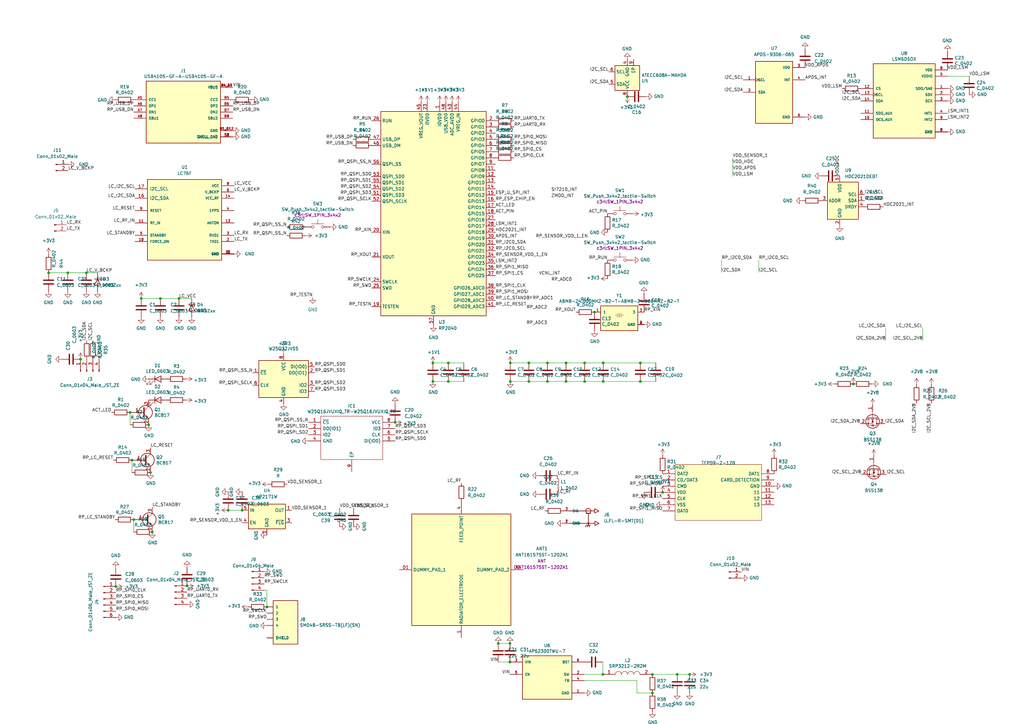
<source format=kicad_sch>
(kicad_sch (version 20211123) (generator eeschema)
  (paper "A3")
  (junction (at 267.589 284.226))
  (junction (at 162.052 173.228))
  (junction (at 232.156 148.844))
  (junction (at 247.269 276.606))
  (junction (at 239.776 148.844))
  (junction (at 239.776 156.464))
  (junction (at 257.302 39.624))
  (junction (at 53.34 169.164))
  (junction (at 209.296 156.464))
  (junction (at 57.912 122.428))
  (junction (at 282.829 276.606))
  (junction (at 209.169 271.526))
  (junction (at 19.939 111.887))
  (junction (at 224.536 148.844))
  (junction (at 109.474 248.92))
  (junction (at 27.813 111.887))
  (junction (at 47.498 240.538))
  (junction (at 183.896 156.464))
  (junction (at 204.343 263.906))
  (junction (at 177.546 156.464))
  (junction (at 216.916 148.844))
  (junction (at 33.02 147.32))
  (junction (at 247.396 148.844))
  (junction (at 65.786 122.428))
  (junction (at 183.896 148.844))
  (junction (at 262.636 148.844))
  (junction (at 35.433 111.887))
  (junction (at 60.96 174.244))
  (junction (at 224.536 156.464))
  (junction (at 243.84 128.016))
  (junction (at 209.169 263.906))
  (junction (at 271.78 201.93))
  (junction (at 216.916 156.464))
  (junction (at 99.314 209.296))
  (junction (at 54.864 213.106))
  (junction (at 350.012 157.48))
  (junction (at 267.589 276.606))
  (junction (at 76.708 240.284))
  (junction (at 232.156 156.464))
  (junction (at 54.102 188.722))
  (junction (at 277.749 276.606))
  (junction (at 93.599 209.296))
  (junction (at 247.396 156.464))
  (junction (at 62.484 218.186))
  (junction (at 177.546 148.844))
  (junction (at 73.406 122.428))
  (junction (at 209.296 148.844))
  (junction (at 262.636 156.464))
  (junction (at 61.722 193.802))
  (wire (pts (xy 277.749 276.606) (xy 282.829 276.606)))
  (wire (pts (xy 300.482 64.77) (xy 300.482 72.39)))
  (wire (pts (xy 204.343 263.906) (xy 209.169 263.906)))
  (wire (pts (xy 216.916 156.464) (xy 209.296 156.464)))
  (wire (pts (xy 224.536 148.844) (xy 232.156 148.844)))
  (wire (pts (xy 232.156 156.464) (xy 224.536 156.464)))
  (wire (pts (xy 27.813 111.887) (xy 35.433 111.887)))
  (wire (pts (xy 57.912 122.428) (xy 65.786 122.428)))
  (wire (pts (xy 54.102 193.802) (xy 54.102 188.722)))
  (wire (pts (xy 239.776 148.844) (xy 247.396 148.844)))
  (wire (pts (xy 183.896 156.464) (xy 177.546 156.464)))
  (wire (pts (xy 109.474 248.92) (xy 109.474 242.062)))
  (wire (pts (xy 239.649 279.146) (xy 261.239 279.146)))
  (wire (pts (xy 239.776 156.464) (xy 232.156 156.464)))
  (wire (pts (xy 216.916 148.844) (xy 224.536 148.844)))
  (wire (pts (xy 378.46 134.62) (xy 378.46 139.7)))
  (wire (pts (xy 295.91 106.68) (xy 295.91 111.76)))
  (wire (pts (xy 53.34 174.244) (xy 53.34 169.164)))
  (wire (pts (xy 363.22 134.62) (xy 363.22 139.7)))
  (wire (pts (xy 204.343 271.526) (xy 209.169 271.526)))
  (wire (pts (xy 19.939 111.887) (xy 27.813 111.887)))
  (wire (pts (xy 190.246 148.844) (xy 183.896 148.844)))
  (wire (pts (xy 247.396 156.464) (xy 239.776 156.464)))
  (wire (pts (xy 65.786 122.428) (xy 73.406 122.428)))
  (wire (pts (xy 388.62 31.242) (xy 397.51 31.242)))
  (wire (pts (xy 183.896 148.844) (xy 177.546 148.844)))
  (wire (pts (xy 232.156 148.844) (xy 239.776 148.844)))
  (wire (pts (xy 190.246 156.464) (xy 183.896 156.464)))
  (wire (pts (xy 311.15 106.68) (xy 311.15 111.76)))
  (wire (pts (xy 262.636 156.464) (xy 268.986 156.464)))
  (wire (pts (xy 267.589 276.606) (xy 277.749 276.606)))
  (wire (pts (xy 262.636 148.844) (xy 268.986 148.844)))
  (wire (pts (xy 216.916 148.844) (xy 209.296 148.844)))
  (wire (pts (xy 239.649 276.606) (xy 247.269 276.606)))
  (wire (pts (xy 73.406 122.428) (xy 78.613 122.428)))
  (wire (pts (xy 93.599 209.296) (xy 99.314 209.296)))
  (wire (pts (xy 261.239 279.146) (xy 261.239 284.226)))
  (wire (pts (xy 108.331 242.062) (xy 109.474 242.062)))
  (wire (pts (xy 224.536 156.464) (xy 216.916 156.464)))
  (wire (pts (xy 54.864 218.186) (xy 54.864 213.106)))
  (wire (pts (xy 247.269 271.526) (xy 247.269 276.606)))
  (wire (pts (xy 247.396 148.844) (xy 262.636 148.844)))
  (wire (pts (xy 261.239 284.226) (xy 267.589 284.226)))
  (wire (pts (xy 247.396 156.464) (xy 262.636 156.464)))
  (wire (pts (xy 35.433 111.887) (xy 40.005 111.887)))
  (label "I2C_SDA_2V8" (at 375.92 165.354 270))
  (label "I2C_SCL" (at 311.15 111.76 0))
  (label "RP_SWD" (at 152.4 118.11 180))
  (label "LC_STANDBY" (at 55.372 96.52 180))
  (label "LC_STANDBY" (at 62.484 208.026 0))
  (label "RP_ADC1" (at 218.44 123.19 0))
  (label "RP_QSPI_SD3" (at 129.032 160.528 0))
  (label "LC_RESET" (at 55.372 86.36 180))
  (label "RP_QSPI_SCLK" (at 103.632 157.988 180))
  (label "RP_SPI0_MOSI" (at 210.82 57.15 0))
  (label "VCNL_INT" (at 220.98 113.03 0))
  (label "RP_SPI1_MISO" (at 203.2 110.49 0))
  (label "RP_SENSOR_VDD_1_EN" (at 99.314 214.376 180))
  (label "RP_I2C0_SCL" (at 203.2 102.87 0))
  (label "LC_I2C_SCL" (at 55.372 77.47 180))
  (label "RP_QSPI_SS_N" (at 103.632 152.908 180))
  (label "I2C_SCL" (at 363.474 194.564 0))
  (label "VDD_HDC" (at 300.482 67.31 0))
  (label "RP_I2C0_SDA" (at 203.2 100.33 0))
  (label "RP_I2C0_SDA" (at 295.91 106.68 0))
  (label "VDD_LSM" (at 397.51 31.242 0))
  (label "I2C_SDA" (at 354.584 82.296 0))
  (label "RP_QSPI_SS_N" (at 117.602 96.647 180))
  (label "RP_UART0_TX" (at 76.708 245.364 0))
  (label "LC_I2C_SCL" (at 378.46 134.62 180))
  (label "LC_RF" (at 189.23 198.12 180))
  (label "RP_ADC0" (at 226.06 115.57 0))
  (label "ZMOD_INT" (at 226.06 81.28 0))
  (label "VDD_HDC" (at 344.424 72.136 90))
  (label "LC_RF" (at 228.6 202.692 0))
  (label "RP_SPI0_CLK" (at 47.498 243.078 0))
  (label "RP_SPI1_CS" (at 203.2 113.03 0))
  (label "RP_XIN" (at 264.16 128.016 0))
  (label "RP_RUN" (at 249.174 106.68 180))
  (label "RP_USB_DN" (at 144.78 59.69 180))
  (label "LC_RX" (at 27.305 92.202 0))
  (label "RP_I2C0_SCL" (at 311.15 106.68 0))
  (label "RP_XIN" (at 152.4 95.25 180))
  (label "ESP_U_SPI_INT" (at 203.2 80.01 0))
  (label "LSM_INT1" (at 203.2 92.71 0))
  (label "I2C_SDA" (at 362.966 173.736 0))
  (label "I2C_SDA" (at 353.06 41.402 180))
  (label "I2C_SDA" (at 35.56 139.7 90))
  (label "RP_QSPI_SS_N" (at 126.492 173.228 180))
  (label "VDD_SENSOR_1" (at 300.482 64.77 0))
  (label "RP_ADC3" (at 215.9 133.35 0))
  (label "I2C_SCL" (at 353.06 38.862 180))
  (label "RP_SPI0_CS" (at 210.82 62.23 0))
  (label "RP_SPI0_MOSI" (at 47.498 250.698 0))
  (label "RP_QSPI_SD1" (at 129.032 152.908 0))
  (label "RP_SPI0_MISO" (at 47.498 248.158 0))
  (label "RP_QSPI_SD2" (at 152.4 77.47 180))
  (label "VIN" (at 304.038 234.569 0))
  (label "RP_QSPI_SD0" (at 129.032 150.368 0))
  (label "VDD_APDS" (at 300.482 69.85 0))
  (label "LSM_INT2" (at 203.2 107.95 0))
  (label "LC_VCC" (at 73.406 122.428 0))
  (label "RP_USB_DN" (at 54.864 45.974 180))
  (label "VDD_APDS" (at 330.2 27.686 0))
  (label "ACT_LED" (at 45.72 169.164 180))
  (label "HDC2021_INT" (at 203.2 95.25 0))
  (label "LC_RF" (at 223.52 209.55 180))
  (label "RP_USB_DN" (at 95.504 45.974 0))
  (label "LC_TX" (at 27.305 94.742 0))
  (label "RP_USB_DP" (at 54.864 43.434 180))
  (label "RP_LC_RESET" (at 203.2 125.73 0))
  (label "RP_SPI0_CS" (at 47.498 245.618 0))
  (label "RP_QSPI_SCLK" (at 152.4 82.55 180))
  (label "I2C_SCL" (at 354.584 79.756 0))
  (label "RP_ESP_CHIP_EN" (at 203.2 82.55 0))
  (label "RP_QSPI_SS_N" (at 117.602 93.091 180))
  (label "RP_SPI1_CLK" (at 271.78 204.47 180))
  (label "I2C_SDA" (at 295.91 111.76 0))
  (label "RP_XOUT" (at 236.22 128.016 180))
  (label "RP_TESTN" (at 152.4 125.73 180))
  (label "RP_SENSOR_VDD_1_EN" (at 219.71 97.79 0))
  (label "I2C_SCL_2V8" (at 378.46 139.7 180))
  (label "I2C_SDA" (at 304.8 37.846 180))
  (label "LC_RF_IN" (at 228.6 195.072 0))
  (label "RP_QSPI_SD1" (at 126.492 175.768 180))
  (label "VDD_SENSOR_1" (at 139.319 208.407 0))
  (label "LC_V_BCKP" (at 35.433 111.887 0))
  (label "RP_USB_DP" (at 95.504 43.434 0))
  (label "I2C_SDA_2V8" (at 363.22 139.7 180))
  (label "RP_QSPI_SD3" (at 162.052 175.768 0))
  (label "RP_SWCLK" (at 152.4 115.57 180))
  (label "RP_SPI1_CLK" (at 203.2 118.11 0))
  (label "I2C_SDA_2V8" (at 352.806 173.736 180))
  (label "LC_I2C_SDA" (at 363.22 134.62 180))
  (label "RP_XOUT" (at 152.4 105.41 180))
  (label "RP_SPI1_MOSI" (at 203.2 120.65 0))
  (label "RP_QSPI_SD0" (at 152.4 72.39 180))
  (label "RP_RUN" (at 152.4 49.53 180))
  (label "RP_SWD" (at 108.331 236.982 0))
  (label "RP_LC_STANDBY" (at 47.244 213.106 180))
  (label "RP_SWCLK" (at 109.474 251.46 180))
  (label "VDD_SENSOR_1" (at 117.856 198.628 0))
  (label "VDD_SENSOR_1" (at 145.034 208.407 0))
  (label "VDD_LSM" (at 345.44 36.322 180))
  (label "LSM_INT1" (at 388.62 46.482 0))
  (label "LC_VCC" (at 96.012 76.2 0))
  (label "HDC2021_INT" (at 362.204 84.836 0))
  (label "RP_SWD" (at 109.474 254 180))
  (label "ACT_PIN" (at 203.2 87.63 0))
  (label "VIN" (at 209.169 276.606 180))
  (label "VDD_SENSOR_1" (at 119.634 209.296 0))
  (label "I2C_SCL_2V8" (at 382.016 165.354 270))
  (label "ACT_PIN" (at 249.174 87.63 180))
  (label "I2C_SCL" (at 304.8 32.766 180))
  (label "VDD_LSM" (at 388.62 28.702 0))
  (label "LC_V_BCKP" (at 96.012 78.74 0))
  (label "LSM_INT2" (at 388.62 49.022 0))
  (label "RP_USB_DP" (at 144.78 57.15 180))
  (label "I2C_SCL_2V8" (at 353.314 194.564 180))
  (label "VDD_LSM" (at 300.482 72.39 0))
  (label "RP_LC_STANDBY" (at 203.2 123.19 0))
  (label "I2C_SDA" (at 249.682 34.544 180))
  (label "RP_SPI1_MOSI" (at 271.78 199.39 180))
  (label "RP_UART0_RX" (at 210.82 52.07 0))
  (label "RP_SPI1_CS" (at 271.78 196.85 180))
  (label "LC_RF_IN" (at 55.372 91.44 180))
  (label "RP_SENSOR_VDD_1_EN" (at 203.2 105.41 0))
  (label "RP_UART0_TX" (at 210.82 49.53 0))
  (label "APDS_INT" (at 203.2 97.79 0))
  (label "VIN" (at 95.504 35.814 0))
  (label "LC_TX" (at 96.012 99.06 0))
  (label "RP_QSPI_SD2" (at 126.492 178.308 180))
  (label "LC_RX" (at 96.012 96.52 0))
  (label "RP_UART0_RX" (at 76.708 242.824 0))
  (label "RP_SPI0_MISO" (at 210.82 59.69 0))
  (label "VIN" (at 204.343 271.526 180))
  (label "RP_QSPI_SCLK" (at 162.052 178.308 0))
  (label "RP_QSPI_SD0" (at 162.052 180.848 0))
  (label "RP_ADC2" (at 215.9 127 0))
  (label "I2C_SCL" (at 249.682 29.464 180))
  (label "APDS_INT" (at 330.2 32.766 0))
  (label "RP_QSPI_SS_N" (at 152.4 67.31 180))
  (label "RP_SPI1_MISO" (at 271.78 209.55 180))
  (label "LC_RESET" (at 61.722 183.642 0))
  (label "RP_SPI0_CLK" (at 210.82 64.77 0))
  (label "RP_LC_RESET" (at 46.482 188.722 180))
  (label "I2C_SCL" (at 38.1 139.7 90))
  (label "ACT_LED" (at 203.2 85.09 0))
  (label "RP_QSPI_SD2" (at 129.032 157.988 0))
  (label "LC_V_BCKP" (at 27.94 69.977 0))
  (label "RP_TESTN" (at 128.27 121.92 180))
  (label "LC_I2C_SDA" (at 55.372 81.28 180))
  (label "SI7210_INT" (at 226.06 78.74 0))
  (label "RP_QSPI_SD1" (at 152.4 74.93 180))
  (label "RP_SWCLK" (at 108.331 239.522 0))
  (label "RP_QSPI_SD3" (at 152.4 80.01 180))
  (symbol (lib_id "c3rl-cnode-beta-1-rescue:ABM8-24.000MHZ-B2-T-ABM8-24.000MHZ-B2-T-c3rl-gnode-beta-1-rescue") (at 254 130.556 0) (unit 1)
    (property "Reference" "Y1" (at 254 121.2342 0))
    (property "Value" "ABM8-24.000MHZ-B2-T-ABM8-24.000MHZ-B2-T" (at 254 123.5456 0))
    (property "Footprint" "OSCSC320X250X100N" (effects hide))
    (property "MANUFACTURER" "Abracon" (effects hide))
  )
  (symbol (lib_id "power:GND") (at 336.804 72.136 270) (unit 1)
    (property "Reference" "#PWR0160" (effects hide))
    (property "Value" "GND" (at 332.74 72.1359 90) (effects (justify right)))
  )
  (symbol (lib_id "power:GND") (at 357.632 157.48 90) (unit 1)
    (property "Reference" "#PWR0169" (effects hide))
    (property "Value" "GND" (at 361.95 157.4799 90) (effects (justify right)))
  )
  (symbol (lib_id "c3rl:R_0402") (at 148.59 59.69 90) (unit 1)
    (property "Reference" "R6" (at 148.59 53.34 90))
    (property "Value" "R_0402" (at 148.59 55.88 90))
    (property "Footprint" "Resistor_SMD:R_0402_1005Metric" (effects hide))
  )
  (symbol (lib_id "Device:C") (at 204.343 267.716 0) (unit 1)
    (property "Reference" "C21" (at 208.407 266.4459 0) (effects (justify left)))
    (property "Value" "22u" (at 208.407 268.9859 0) (effects (justify left)))
    (property "Footprint" "Capacitor_SMD:C_0603_1608Metric" (effects hide))
  )
  (symbol (lib_id "c3rl:C_0603") (at 76.708 236.474 0) (unit 1)
    (property "Reference" "C29" (at 80.518 235.2039 0) (effects (justify left)))
    (property "Value" "C_0603" (at 80.518 237.7439 0) (effects (justify left)))
    (property "Footprint" "Capacitor_SMD:C_0603_1608Metric" (effects hide))
  )
  (symbol (lib_id "Transistor_BJT:BC817") (at 59.182 188.722 0) (unit 1)
    (property "Reference" "Q2" (at 64.0334 187.5536 0) (effects (justify left)))
    (property "Value" "BC817" (at 64.0334 189.865 0) (effects (justify left)))
    (property "Footprint" "Package_TO_SOT_SMD:SOT-23" (effects hide))
    (property "Datasheet" "https://www.onsemi.com/pub/Collateral/BC818-D.pdf" (effects hide))
  )
  (symbol (lib_id "power:GND") (at 95.504 53.594 90) (unit 1)
    (property "Reference" "#PWR0140" (effects hide))
    (property "Value" "GND" (at 98.7552 53.467 90) (effects (justify right)))
  )
  (symbol (lib_id "Device:C") (at 243.459 271.526 90) (unit 1)
    (property "Reference" "C32" (at 243.459 264.541 90))
    (property "Value" "22u" (at 243.459 267.081 90))
    (property "Footprint" "Capacitor_SMD:C_0603_1608Metric" (effects hide))
  )
  (symbol (lib_id "c3rl-cnode-beta-1-rescue:R_0402-c3rl") (at 38.1 143.51 180) (unit 1)
    (property "Reference" "R35" (at 43.3578 143.51 90))
    (property "Value" "R_0402" (at 41.0464 143.51 90))
    (property "Footprint" "Resistor_SMD:R_0402_1005Metric" (effects hide))
  )
  (symbol (lib_id "c3rl-cnode-beta-1-rescue:R_0402-c3rl") (at 249.174 110.49 0) (unit 1)
    (property "Reference" "R18" (at 250.952 109.3216 0) (effects (justify left)))
    (property "Value" "R_0402" (at 250.952 111.633 0) (effects (justify left)))
    (property "Footprint" "Resistor_SMD:R_0402_1005Metric" (effects hide))
  )
  (symbol (lib_id "c3rl:R_0402") (at 207.01 52.07 90) (unit 1)
    (property "Reference" "R8" (at 207.01 45.72 90))
    (property "Value" "R_0402" (at 207.01 48.26 90))
    (property "Footprint" "Resistor_SMD:R_0402_1005Metric" (effects hide))
  )
  (symbol (lib_id "c3rl:R_0402") (at 353.822 157.48 90) (unit 1)
    (property "Reference" "R24" (at 353.822 151.13 90))
    (property "Value" "R_0402" (at 353.822 153.67 90))
    (property "Footprint" "Resistor_SMD:R_0402_1005Metric" (effects hide))
  )
  (symbol (lib_id "power:+3V3") (at 116.332 145.288 0) (unit 1)
    (property "Reference" "#PWR0138" (effects hide))
    (property "Value" "+3V3" (at 116.713 140.8938 0))
  )
  (symbol (lib_id "power:GND") (at 47.244 40.894 270) (unit 1)
    (property "Reference" "#PWR0143" (effects hide))
    (property "Value" "GND" (at 43.9928 41.021 90) (effects (justify right)))
  )
  (symbol (lib_id "power:GND") (at 60.96 174.244 0) (unit 1)
    (property "Reference" "#PWR0107" (effects hide))
    (property "Value" "GND" (at 61.087 178.6382 0))
  )
  (symbol (lib_id "c3rl-cnode-beta-1-rescue:C_0402-c3rl") (at 232.156 152.654 0) (unit 1)
    (property "Reference" "C10" (at 235.077 151.4856 0) (effects (justify left)))
    (property "Value" "C_0402" (at 235.077 153.797 0) (effects (justify left)))
    (property "Footprint" "Capacitor_SMD:C_0402_1005Metric" (effects hide))
  )
  (symbol (lib_id "power:+2V8") (at 358.394 186.944 0) (unit 1)
    (property "Reference" "#PWR0170" (effects hide))
    (property "Value" "+2V8" (at 358.394 181.864 0))
  )
  (symbol (lib_id "Device:C") (at 282.829 280.416 0) (unit 1)
    (property "Reference" "C34" (at 286.893 279.1459 0) (effects (justify left)))
    (property "Value" "22u" (at 286.893 281.6859 0) (effects (justify left)))
    (property "Footprint" "Capacitor_SMD:C_0603_1608Metric" (effects hide))
  )
  (symbol (lib_id "c3rl-cnode-beta-1-rescue:SRP3212-2R2M-SRP3212-2R2M") (at 247.269 276.606 0) (unit 1)
    (property "Reference" "L2" (at 257.429 270.891 0))
    (property "Value" "SRP3212-2R2M" (at 257.429 273.2024 0))
    (property "Footprint" "INDC2520X100N" (effects hide))
    (property "Datasheet" "https://www.bourns.com/pdfs/CVH.pdf" (effects hide))
    (property "Description" "Ind,3.2x2.5x1mm,2.2uH?20%,4A,shd" (effects hide))
    (property "Height" "1" (effects hide))
    (property "Manufacturer_Name" "Bourns" (effects hide))
    (property "Manufacturer_Part_Number" "SRP3212-2R2M" (effects hide))
  )
  (symbol (lib_id "c3rl:C_0603") (at 73.406 126.238 0) (unit 1)
    (property "Reference" "C3" (at 77.47 124.9679 0) (effects (justify left)))
    (property "Value" "C_0603" (at 77.47 127.3809 0) (effects (justify left)))
    (property "Footprint" "Capacitor_SMD:C_0402_1005Metric" (effects hide))
  )
  (symbol (lib_id "power:+3V3") (at 257.302 39.624 180) (unit 1)
    (property "Reference" "#PWR0125" (effects hide))
    (property "Value" "+3V3" (at 256.921 44.0182 0))
  )
  (symbol (lib_id "power:GND") (at 257.302 24.384 180) (unit 1)
    (property "Reference" "#PWR0124" (effects hide))
    (property "Value" "GND" (at 257.175 19.9898 0))
  )
  (symbol (lib_id "power:GND") (at 259.334 106.68 90) (unit 1)
    (property "Reference" "#PWR0123" (effects hide))
    (property "Value" "GND" (at 262.5852 106.553 90) (effects (justify right)))
  )
  (symbol (lib_id "power:+3V3") (at 271.78 201.93 0) (unit 1)
    (property "Reference" "#PWR0178" (effects hide))
    (property "Value" "+3V3" (at 272.161 197.5358 0))
  )
  (symbol (lib_id "c3rl-cnode-beta-1-rescue:R_0402-c3rl") (at 349.25 36.322 270) (unit 1)
    (property "Reference" "R13" (at 349.25 31.0642 90))
    (property "Value" "R_0402" (at 349.25 33.3756 90))
    (property "Footprint" "Resistor_SMD:R_0402_1005Metric" (effects hide))
  )
  (symbol (lib_id "power:GND") (at 99.314 201.676 270) (unit 1)
    (property "Reference" "#PWR0203" (effects hide))
    (property "Value" "GND" (at 94.9198 201.803 0))
  )
  (symbol (lib_id "power:GND") (at 209.169 263.906 180) (unit 1)
    (property "Reference" "#PWR0198" (effects hide))
    (property "Value" "GND" (at 209.042 259.5118 0))
  )
  (symbol (lib_id "power:GND") (at 145.034 216.027 90) (unit 1)
    (property "Reference" "#PWR0174" (effects hide))
    (property "Value" "GND" (at 149.4282 215.9 0))
  )
  (symbol (lib_id "c3rl:C_0402") (at 268.986 152.654 0) (unit 1)
    (property "Reference" "C19" (at 272.796 151.3839 0) (effects (justify left)))
    (property "Value" "C_0402" (at 272.796 153.9239 0) (effects (justify left)))
    (property "Footprint" "Capacitor_SMD:C_0402_1005Metric" (effects hide))
  )
  (symbol (lib_id "power:GND") (at 243.84 135.636 0) (unit 1)
    (property "Reference" "#PWR0110" (effects hide))
    (property "Value" "GND" (at 243.967 140.0302 0))
  )
  (symbol (lib_id "c3rl-cnode-beta-1-rescue:R_0402-c3rl") (at 19.939 108.077 180) (unit 1)
    (property "Reference" "R44" (at 25.1968 108.077 90))
    (property "Value" "R_0402" (at 22.098 106.172 90))
    (property "Footprint" "Resistor_SMD:R_0402_1005Metric" (effects hide))
  )
  (symbol (lib_id "c3rl-cnode-beta-1-rescue:R_0402-c3rl") (at 267.589 280.416 0) (unit 1)
    (property "Reference" "R37" (at 269.367 279.2476 0) (effects (justify left)))
    (property "Value" "R_0402" (at 269.367 281.559 0) (effects (justify left)))
    (property "Footprint" "Resistor_SMD:R_0402_1005Metric" (effects hide))
  )
  (symbol (lib_id "power:+2V8") (at 357.886 166.116 0) (unit 1)
    (property "Reference" "#PWR0171" (effects hide))
    (property "Value" "+2V8" (at 357.886 161.036 0))
  )
  (symbol (lib_id "c3rl:R_0402") (at 358.394 84.836 90) (unit 1)
    (property "Reference" "R41" (at 358.394 78.74 90))
    (property "Value" "R_0402" (at 358.394 81.28 90))
    (property "Footprint" "Resistor_SMD:R_0402_1005Metric" (effects hide))
  )
  (symbol (lib_id "Connector:Conn_01x02_Male") (at 298.958 234.569 0) (unit 1)
    (property "Reference" "J10" (at 299.593 228.981 0))
    (property "Value" "Conn_01x02_Male" (at 299.593 231.521 0))
    (property "Footprint" "Connector_JST:JST_PH_S2B-PH-SM4-TB_1x02-1MP_P2.00mm_Horizontal" (effects hide))
  )
  (symbol (lib_id "c3rl-cnode-beta-1-rescue:R_0402-c3rl") (at 51.054 213.106 270) (unit 1)
    (property "Reference" "R27" (at 51.054 207.8482 90))
    (property "Value" "R_0402" (at 51.054 210.1596 90))
    (property "Footprint" "Resistor_SMD:R_0402_1005Metric" (effects hide))
  )
  (symbol (lib_id "Transistor_BJT:BC817") (at 58.42 169.164 0) (unit 1)
    (property "Reference" "Q1" (at 63.2714 167.9956 0) (effects (justify left)))
    (property "Value" "BC817" (at 63.2714 170.307 0) (effects (justify left)))
    (property "Footprint" "Package_TO_SOT_SMD:SOT-23" (effects hide))
    (property "Datasheet" "https://www.onsemi.com/pub/Collateral/BC818-D.pdf" (effects hide))
  )
  (symbol (lib_id "c3rl-cnode-beta-1-rescue:C_0402-c3rl") (at 239.776 152.654 0) (unit 1)
    (property "Reference" "C12" (at 242.697 151.4856 0) (effects (justify left)))
    (property "Value" "C_0402" (at 242.697 153.797 0) (effects (justify left)))
    (property "Footprint" "Capacitor_SMD:C_0402_1005Metric" (effects hide))
  )
  (symbol (lib_id "power:GND") (at 116.332 165.608 0) (unit 1)
    (property "Reference" "#PWR0137" (effects hide))
    (property "Value" "GND" (at 116.459 170.0022 0))
  )
  (symbol (lib_id "power:+3V3") (at 110.236 198.628 90) (unit 1)
    (property "Reference" "#PWR0195" (effects hide))
    (property "Value" "+3V3" (at 106.9848 198.247 90) (effects (justify left)))
  )
  (symbol (lib_id "c3rl-cnode-beta-1-rescue:C_0402-c3rl") (at 261.112 39.624 270) (unit 1)
    (property "Reference" "C16" (at 261.112 46.0248 90))
    (property "Value" "C_0402" (at 261.112 43.7134 90))
    (property "Footprint" "Capacitor_SMD:C_0402_1005Metric" (effects hide))
  )
  (symbol (lib_id "power:GND") (at 162.052 165.608 180) (unit 1)
    (property "Reference" "#PWR0196" (effects hide))
    (property "Value" "GND" (at 162.052 160.782 0))
  )
  (symbol (lib_id "power:GND") (at 329.184 82.296 270) (unit 1)
    (property "Reference" "#PWR0158" (effects hide))
    (property "Value" "GND" (at 325.12 82.2959 90) (effects (justify right)))
  )
  (symbol (lib_id "c3rl-rp2040-board-beta-3-rescue:R_0402-c3rl") (at 317.5 190.5 0) (unit 1)
    (property "Reference" "R32" (at 319.278 189.3316 0) (effects (justify left)))
    (property "Value" "R_0402" (at 319.278 191.643 0) (effects (justify left)))
    (property "Footprint" "Resistor_SMD:R_0402_1005Metric" (effects hide))
  )
  (symbol (lib_id "PHDC2021DEBT:HDC2021DEBT") (at 346.964 82.296 0) (unit 1)
    (property "Reference" "U9" (at 346.4434 69.85 0) (effects (justify left)))
    (property "Value" "HDC2021DEBT" (at 346.4434 72.39 0) (effects (justify left)))
    (property "Footprint" "c3rl:PHDC2021DEBT" (effects hide))
    (property "Datasheet" "http://www.ti.com/lit/ds/symlink/hdc2080.pdf" (effects hide))
  )
  (symbol (lib_id "power:GND") (at 128.27 121.92 0) (unit 1)
    (property "Reference" "#PWR0190" (effects hide))
    (property "Value" "GND" (at 128.27 127 0))
  )
  (symbol (lib_id "c3rl-cnode-beta-1-rescue:SM04B-SRSS-TB(LF)(SN)-SM04B-SRSS-TB_LF__SN_") (at 117.094 254 0) (unit 1)
    (property "Reference" "J8" (at 122.936 254.1016 0) (effects (justify left)))
    (property "Value" "SM04B-SRSS-TB(LF)(SN)" (at 122.936 256.413 0) (effects (justify left)))
    (property "Footprint" "JST_SM04B-SRSS-TB(LF)(SN)" (effects hide))
    (property "MANUFACTURER" "JST" (effects hide))
    (property "STANDARD" "Manufacturer recommendations" (effects hide))
  )
  (symbol (lib_id "power:+3V3") (at 125.222 96.647 270) (unit 1)
    (property "Reference" "#PWR0192" (effects hide))
    (property "Value" "+3V3" (at 129.032 96.6469 90) (effects (justify left)))
  )
  (symbol (lib_id "power:GND") (at 304.038 237.109 90) (unit 1)
    (property "Reference" "#PWR0197" (effects hide))
    (property "Value" "GND" (at 307.2892 236.982 90) (effects (justify right)))
  )
  (symbol (lib_id "c3rl-cnode-beta-1-rescue:R_0402-c3rl") (at 51.054 40.894 270) (unit 1)
    (property "Reference" "R19" (at 51.054 35.6362 90))
    (property "Value" "R_0402" (at 51.054 37.9476 90))
    (property "Footprint" "Resistor_SMD:R_0402_1005Metric" (effects hide))
  )
  (symbol (lib_id "power:GND") (at 93.599 201.676 270) (unit 1)
    (property "Reference" "#PWR0205" (effects hide))
    (property "Value" "GND" (at 89.2048 201.803 0))
  )
  (symbol (lib_id "power:+3V3") (at 182.88 41.91 0) (unit 1)
    (property "Reference" "#PWR0114" (effects hide))
    (property "Value" "+3V3" (at 182.88 36.83 0))
  )
  (symbol (lib_id "c3rl:C_0603") (at 139.319 212.217 180) (unit 1)
    (property "Reference" "C39" (at 135.509 213.4871 0) (effects (justify left)))
    (property "Value" "C_0603" (at 135.509 210.9471 0) (effects (justify left)))
    (property "Footprint" "Capacitor_SMD:C_0603_1608Metric" (effects hide))
  )
  (symbol (lib_id "power:GND") (at 47.498 253.238 90) (unit 1)
    (property "Reference" "#PWR0148" (effects hide))
    (property "Value" "GND" (at 50.7492 253.111 90) (effects (justify right)))
  )
  (symbol (lib_id "power:GND") (at 40.64 147.32 180) (unit 1)
    (property "Reference" "#PWR0189" (effects hide))
    (property "Value" "GND" (at 40.5131 141.2748 90) (effects (justify right)))
  )
  (symbol (lib_id "c3rl:C_0603") (at 99.314 205.486 0) (unit 1)
    (property "Reference" "C38" (at 103.124 204.2159 0) (effects (justify left)))
    (property "Value" "C_0603" (at 103.124 206.7559 0) (effects (justify left)))
    (property "Footprint" "Capacitor_SMD:C_0603_1608Metric" (effects hide))
  )
  (symbol (lib_id "MCU_RaspberryPi:RP2040") (at 177.8 87.63 0) (unit 1)
    (property "Reference" "U3" (at 179.8194 132.08 0) (effects (justify left)))
    (property "Value" "RP2040" (at 179.8194 134.62 0) (effects (justify left)))
    (property "Footprint" "Package_DFN_QFN:QFN-56-1EP_7x7mm_P0.4mm_EP3.2x3.2mm" (effects hide))
    (property "Datasheet" "https://datasheets.raspberrypi.com/rp2040/rp2040-datasheet.pdf" (effects hide))
  )
  (symbol (lib_id "c3rl:R_0402") (at 207.01 62.23 90) (unit 1)
    (property "Reference" "R11" (at 207.01 55.88 90))
    (property "Value" "R_0402" (at 207.01 58.42 90))
    (property "Footprint" "Resistor_SMD:R_0402_1005Metric" (effects hide))
  )
  (symbol (lib_id "power:+3V3") (at 185.42 41.91 0) (unit 1)
    (property "Reference" "#PWR0118" (effects hide))
    (property "Value" "+3V3" (at 185.42 36.83 0))
  )
  (symbol (lib_id "power:GND") (at 388.62 54.102 90) (unit 1)
    (property "Reference" "#PWR0151" (effects hide))
    (property "Value" "GND" (at 391.8712 53.975 90) (effects (justify right)))
  )
  (symbol (lib_id "c3rl-cnode-beta-1-rescue:R_0402-c3rl") (at 35.56 143.51 180) (unit 1)
    (property "Reference" "R34" (at 40.8178 143.51 90))
    (property "Value" "R_0402" (at 38.5064 143.51 90))
    (property "Footprint" "Resistor_SMD:R_0402_1005Metric" (effects hide))
  )
  (symbol (lib_id "power:+1V1") (at 177.546 148.844 0) (unit 1)
    (property "Reference" "#PWR0133" (effects hide))
    (property "Value" "+1V1" (at 177.927 144.4498 0))
  )
  (symbol (lib_id "power:GND") (at 397.51 38.862 90) (unit 1)
    (property "Reference" "#PWR0153" (effects hide))
    (property "Value" "GND" (at 400.7612 38.735 90) (effects (justify right)))
  )
  (symbol (lib_id "c3rl-cnode-beta-1-rescue:AP62300TWU-7-AP62300TWU-7") (at 224.409 276.606 0) (unit 1)
    (property "Reference" "U6" (at 224.409 264.7442 0))
    (property "Value" "AP62300TWU-7" (at 224.409 267.0556 0))
    (property "Footprint" "SOT95P280X100-6N" (effects hide))
    (property "MANUFACTURER" "Diodes Inc." (effects hide))
    (property "SNAPEDA_PN" "AP62300TWU-7" (effects hide))
    (property "PARTREV" "Rev. 3 - 2" (effects hide))
    (property "STANDARD" "IPC 7351B" (effects hide))
    (property "MAXIMUM_PACKAGE_HEIGHT" "1.0mm" (effects hide))
  )
  (symbol (lib_id "c3rl:C_0603") (at 19.939 115.697 0) (unit 1)
    (property "Reference" "C11" (at 23.241 114.4269 0) (effects (justify left)))
    (property "Value" "C_0603" (at 23.241 116.9669 0) (effects (justify left)))
    (property "Footprint" "Capacitor_SMD:C_0603_1608Metric" (effects hide))
  )
  (symbol (lib_id "power:GND") (at 95.504 56.134 90) (unit 1)
    (property "Reference" "#PWR0142" (effects hide))
    (property "Value" "GND" (at 98.7552 56.007 90) (effects (justify right)))
  )
  (symbol (lib_id "power:GND") (at 267.589 291.846 0) (unit 1)
    (property "Reference" "#PWR0191" (effects hide))
    (property "Value" "GND" (at 267.716 296.2402 0))
  )
  (symbol (lib_id "power:GND") (at 78.613 130.048 0) (unit 1)
    (property "Reference" "#PWR0202" (effects hide))
    (property "Value" "GND" (at 78.613 134.62 0))
  )
  (symbol (lib_id "Transistor_BJT:BC817") (at 59.944 213.106 0) (unit 1)
    (property "Reference" "Q5" (at 64.7954 211.9376 0) (effects (justify left)))
    (property "Value" "BC817" (at 64.7954 214.249 0) (effects (justify left)))
    (property "Footprint" "Package_TO_SOT_SMD:SOT-23" (effects hide))
    (property "Datasheet" "https://www.onsemi.com/pub/Collateral/BC818-D.pdf" (effects hide))
  )
  (symbol (lib_id "c3rl:C_0402") (at 162.052 169.418 0) (unit 1)
    (property "Reference" "C20" (at 165.862 168.1479 0) (effects (justify left)))
    (property "Value" "C_0402" (at 165.862 170.6879 0) (effects (justify left)))
    (property "Footprint" "Capacitor_SMD:C_0402_1005Metric" (effects hide))
  )
  (symbol (lib_id "power:GND") (at 277.749 284.226 0) (unit 1)
    (property "Reference" "#PWR0147" (effects hide))
    (property "Value" "GND" (at 277.876 288.6202 0))
  )
  (symbol (lib_id "power:+2V8") (at 382.016 157.734 0) (unit 1)
    (property "Reference" "#PWR0167" (effects hide))
    (property "Value" "+2V8" (at 382.016 152.4 0))
  )
  (symbol (lib_id "power:GND") (at 231.14 214.63 270) (unit 1)
    (property "Reference" "#PWR0163" (effects hide))
    (property "Value" "GND" (at 227.33 214.6299 90) (effects (justify right)))
  )
  (symbol (lib_id "power:GND") (at 35.433 119.507 0) (unit 1)
    (property "Reference" "#PWR0200" (effects hide))
    (property "Value" "GND" (at 35.433 124.079 0))
  )
  (symbol (lib_id "power:GND") (at 135.382 93.091 90) (unit 1)
    (property "Reference" "#PWR0193" (effects hide))
    (property "Value" "GND" (at 138.684 93.0909 90) (effects (justify right)))
  )
  (symbol (lib_id "c3rl-cnode-beta-1-rescue:R_0402-c3rl") (at 72.39 164.084 270) (unit 1)
    (property "Reference" "R4" (at 72.39 158.8262 90))
    (property "Value" "R_0402" (at 72.39 161.1376 90))
    (property "Footprint" "Resistor_SMD:R_0402_1005Metric" (effects hide))
  )
  (symbol (lib_id "c3rl-cnode-beta-1-rescue:W25Q16JVUXIQ_TR-W25Q16JVUXIQ_TR-c3rl") (at 126.492 173.228 0) (unit 1)
    (property "Reference" "IC1" (at 144.272 166.497 0))
    (property "Value" "W25Q16JVUXIQ_TR-W25Q16JVUXIQ_TR" (at 144.272 168.8084 0))
    (property "Footprint" "SON50P300X200X60-9N" (effects hide))
    (property "Datasheet" "https://componentsearchengine.com/Datasheets/1/W25Q16JVUXIQ TR.pdf" (effects hide))
    (property "Description" "NOR Flash spiFlash, 3V, 16M-bit, 4Kb Uniform Sector, DTR" (effects hide))
    (property "Height" "0.6" (effects hide))
    (property "Manufacturer_Name" "Winbond" (effects hide))
    (property "Manufacturer_Part_Number" "W25Q16JVUXIQ TR" (effects hide))
    (property "Mouser Part Number" "454-W25Q16JVUXIQTR" (effects hide))
    (property "Mouser Price/Stock" "https://www.mouser.co.uk/ProductDetail/Winbond/W25Q16JVUXIQ-TR?qs=qSfuJ%252Bfl%2Fd7SDdIHLGOd1g%3D%3D" (effects hide))
    (property "Arrow Part Number" "W25Q16JVUXIQ TR" (effects hide))
    (property "Arrow Price/Stock" "https://www.arrow.com/en/products/w25q16jvuxiqtr/winbond-electronics?region=nac" (effects hide))
  )
  (symbol (lib_id "Diode:MM5Zxx") (at 40.005 115.697 270) (unit 1)
    (property "Reference" "D3" (at 42.164 114.4269 90) (effects (justify left)))
    (property "Value" "MM5Zxx" (at 42.164 116.9669 90) (effects (justify left)))
    (property "Footprint" "Diode_SMD:D_SOD-523" (effects hide))
    (property "Datasheet" "https://diotec.com/tl_files/diotec/files/pdf/datasheets/mm5z2v4.pdf" (effects hide))
  )
  (symbol (lib_id "c3rl:R_0402") (at 375.92 161.544 0) (unit 1)
    (property "Reference" "R25" (at 378.46 160.2739 0) (effects (justify left)))
    (property "Value" "R_0402" (at 378.46 162.8139 0) (effects (justify left)))
    (property "Footprint" "Resistor_SMD:R_0402_1005Metric" (effects hide))
  )
  (symbol (lib_id "power:+3V3") (at 162.052 173.228 270) (unit 1)
    (property "Reference" "#PWR0134" (effects hide))
    (property "Value" "+3V3" (at 165.3032 173.609 90) (effects (justify left)))
  )
  (symbol (lib_id "c3rl:R_0402") (at 227.33 209.55 90) (unit 1)
    (property "Reference" "R39" (at 227.33 203.2 90))
    (property "Value" "R_0402" (at 227.33 205.74 90))
    (property "Footprint" "Resistor_SMD:R_0402_1005Metric" (effects hide))
  )
  (symbol (lib_id "power:GND") (at 61.722 193.802 0) (unit 1)
    (property "Reference" "#PWR0164" (effects hide))
    (property "Value" "GND" (at 61.849 198.1962 0))
  )
  (symbol (lib_id "power:+3V3") (at 33.02 147.32 0) (unit 1)
    (property "Reference" "#PWR0188" (effects hide))
    (property "Value" "+3V3" (at 33.02 140.462 90) (effects (justify left)))
  )
  (symbol (lib_id "power:GND") (at 249.174 95.25 270) (unit 1)
    (property "Reference" "#PWR0121" (effects hide))
    (property "Value" "GND" (at 245.9228 95.377 90) (effects (justify right)))
  )
  (symbol (lib_id "c3rl-cnode-beta-1-rescue:R_0402-c3rl") (at 72.39 155.448 270) (unit 1)
    (property "Reference" "R3" (at 72.39 150.1902 90))
    (property "Value" "R_0402" (at 72.39 152.5016 90))
    (property "Footprint" "Resistor_SMD:R_0402_1005Metric" (effects hide))
  )
  (symbol (lib_id "c3rl:R_0402") (at 207.01 64.77 90) (unit 1)
    (property "Reference" "R12" (at 207.01 58.42 90))
    (property "Value" "R_0402" (at 207.01 60.96 90))
    (property "Footprint" "Resistor_SMD:R_0402_1005Metric" (effects hide))
  )
  (symbol (lib_id "Diode:MM5Zxx") (at 78.613 126.238 270) (unit 1)
    (property "Reference" "D4" (at 80.772 124.9679 90) (effects (justify left)))
    (property "Value" "MM5Zxx" (at 80.772 127.5079 90) (effects (justify left)))
    (property "Footprint" "Diode_SMD:D_SOD-523" (effects hide))
    (property "Datasheet" "https://diotec.com/tl_files/diotec/files/pdf/datasheets/mm5z2v4.pdf" (effects hide))
  )
  (symbol (lib_id "power:+3V3") (at 187.96 41.91 0) (unit 1)
    (property "Reference" "#PWR0119" (effects hide))
    (property "Value" "+3V3" (at 187.96 36.83 0))
  )
  (symbol (lib_id "power:GND") (at 220.98 195.072 270) (unit 1)
    (property "Reference" "#PWR0162" (effects hide))
    (property "Value" "GND" (at 217.17 195.0719 90) (effects (justify right)))
  )
  (symbol (lib_id "power:GND") (at 271.78 207.01 270) (unit 1)
    (property "Reference" "#PWR0175" (effects hide))
    (property "Value" "GND" (at 268.5288 207.137 90) (effects (justify right)))
  )
  (symbol (lib_id "c3rl-cnode-beta-1-rescue:C_0402-c3rl") (at 397.51 35.052 0) (unit 1)
    (property "Reference" "C24" (at 400.431 33.8836 0) (effects (justify left)))
    (property "Value" "C_0402" (at 400.431 36.195 0) (effects (justify left)))
    (property "Footprint" "Capacitor_SMD:C_0402_1005Metric" (effects hide))
  )
  (symbol (lib_id "Connector:Conn_01x04_Male") (at 103.251 236.982 0) (unit 1)
    (property "Reference" "J9" (at 103.886 229.489 0))
    (property "Value" "Conn_01x04_Male" (at 103.886 232.029 0))
    (property "Footprint" "Connector_PinHeader_1.27mm:PinHeader_1x04_P1.27mm_Vertical" (effects hide))
  )
  (symbol (lib_id "power:GND") (at 344.424 92.456 0) (unit 1)
    (property "Reference" "#PWR0157" (effects hide))
    (property "Value" "GND" (at 344.424 97.79 0))
  )
  (symbol (lib_id "c3rl:C_0402") (at 340.614 72.136 90) (unit 1)
    (property "Reference" "C25" (at 340.614 65.024 90))
    (property "Value" "C_0402" (at 340.614 67.564 90))
    (property "Footprint" "Capacitor_SMD:C_0402_1005Metric" (effects hide))
  )
  (symbol (lib_id "c3rl-cnode-beta-1-rescue:C_0402-c3rl") (at 190.246 152.654 0) (unit 1)
    (property "Reference" "C6" (at 193.167 151.4856 0) (effects (justify left)))
    (property "Value" "C_0402" (at 193.167 153.797 0) (effects (justify left)))
    (property "Footprint" "Capacitor_SMD:C_0402_1005Metric" (effects hide))
  )
  (symbol (lib_id "power:+3V3") (at 180.34 41.91 0) (unit 1)
    (property "Reference" "#PWR0115" (effects hide))
    (property "Value" "+3V3" (at 180.34 36.83 0))
  )
  (symbol (lib_id "power:GND") (at 19.939 119.507 0) (unit 1)
    (property "Reference" "#PWR0127" (effects hide))
    (property "Value" "GND" (at 19.939 124.079 0))
  )
  (symbol (lib_id "power:GND") (at 264.922 39.624 90) (unit 1)
    (property "Reference" "#PWR0126" (effects hide))
    (property "Value" "GND" (at 268.1732 39.497 90) (effects (justify right)))
  )
  (symbol (lib_id "Power_Management:AP2171W") (at 109.474 211.836 0) (unit 1)
    (property "Reference" "U4" (at 109.474 201.168 0))
    (property "Value" "AP2171W" (at 109.474 203.708 0))
    (property "Footprint" "Package_TO_SOT_SMD:SOT-23-5" (effects hide))
    (property "Datasheet" "https://www.diodes.com/assets/Datasheets/AP2161.pdf" (effects hide))
  )
  (symbol (lib_id "power:GND") (at 73.406 130.048 0) (unit 1)
    (property "Reference" "#PWR0102" (effects hide))
    (property "Value" "GND" (at 73.406 134.62 0))
  )
  (symbol (lib_id "c3rl:C_0603") (at 57.912 126.238 0) (unit 1)
    (property "Reference" "C1" (at 61.214 124.9679 0) (effects (justify left)))
    (property "Value" "C_0603" (at 61.214 127.5079 0) (effects (justify left)))
    (property "Footprint" "Capacitor_SMD:C_0603_1608Metric" (effects hide))
  )
  (symbol (lib_id "c3rl-cnode-beta-1-rescue:SW_Push_3x4x2_tactile-Switch-c3rl") (at 254.254 87.63 0) (unit 1)
    (property "Reference" "SW1" (at 254.254 78.105 0))
    (property "Value" "SW_Push_3x4x2_tactile-Switch" (at 254.254 80.4164 0))
    (property "Footprint" "c3rl:SW_1PIN_3x4x2" (at 254.254 82.7278 0))
  )
  (symbol (lib_id "power:GND") (at 139.319 216.027 90) (unit 1)
    (property "Reference" "#PWR0135" (effects hide))
    (property "Value" "GND" (at 143.7132 215.9 0))
  )
  (symbol (lib_id "power:+3V3") (at 57.912 122.428 0) (unit 1)
    (property "Reference" "#PWR0103" (effects hide))
    (property "Value" "+3V3" (at 57.912 116.84 0))
  )
  (symbol (lib_id "power:GND") (at 27.813 119.507 0) (unit 1)
    (property "Reference" "#PWR0199" (effects hide))
    (property "Value" "GND" (at 27.813 124.079 0))
  )
  (symbol (lib_id "c3rl-cnode-beta-1-rescue:C_0402-c3rl") (at 243.84 131.826 180) (unit 1)
    (property "Reference" "C13" (at 246.761 130.6576 0) (effects (justify right)))
    (property "Value" "C_0402" (at 246.761 132.969 0) (effects (justify right)))
    (property "Footprint" "Capacitor_SMD:C_0402_1005Metric" (effects hide))
  )
  (symbol (lib_id "c3rl:C_0603") (at 65.786 126.238 0) (unit 1)
    (property "Reference" "C2" (at 69.85 124.9679 0) (effects (justify left)))
    (property "Value" "C_0603" (at 69.85 127.5079 0) (effects (justify left)))
    (property "Footprint" "Capacitor_SMD:C_0402_1005Metric" (effects hide))
  )
  (symbol (lib_id "c3rl:R_0402") (at 332.994 82.296 90) (unit 1)
    (property "Reference" "R40" (at 332.994 76.2 90))
    (property "Value" "R_0402" (at 332.994 78.74 90))
    (property "Footprint" "Resistor_SMD:R_0402_1005Metric" (effects hide))
  )
  (symbol (lib_id "power:GND") (at 264.16 120.396 180) (unit 1)
    (property "Reference" "#PWR0111" (effects hide))
    (property "Value" "GND" (at 264.033 116.0018 0))
  )
  (symbol (lib_id "c3rl-cnode-beta-1-rescue:C_0402-c3rl") (at 209.296 152.654 0) (unit 1)
    (property "Reference" "C7" (at 212.217 151.4856 0) (effects (justify left)))
    (property "Value" "C_0402" (at 212.217 153.797 0) (effects (justify left)))
    (property "Footprint" "Capacitor_SMD:C_0402_1005Metric" (effects hide))
  )
  (symbol (lib_id "c3rl-cnode-beta-1-rescue:R_0402-c3rl") (at 105.664 248.92 90) (unit 1)
    (property "Reference" "R33" (at 105.664 243.6622 90))
    (property "Value" "R_0402" (at 105.664 245.9736 90))
    (property "Footprint" "Resistor_SMD:R_0402_1005Metric" (effects hide))
  )
  (symbol (lib_id "c3rl:R_0402") (at 189.23 201.93 0) (unit 1)
    (property "Reference" "R22" (at 191.77 200.6599 0) (effects (justify left)))
    (property "Value" "R_0402" (at 191.77 203.1999 0) (effects (justify left)))
    (property "Footprint" "Resistor_SMD:R_0402_1005Metric" (effects hide))
  )
  (symbol (lib_id "Transistor_FET:BSS138") (at 357.886 171.196 270) (unit 1)
    (property "Reference" "Q3" (at 357.886 177.8 90))
    (property "Value" "BSS138" (at 357.886 180.34 90))
    (property "Footprint" "Package_TO_SOT_SMD:SOT-23" (effects hide))
    (property "Datasheet" "https://www.onsemi.com/pub/Collateral/BSS138-D.PDF" (effects hide))
  )
  (symbol (lib_id "power:+3V3") (at 209.296 148.844 0) (unit 1)
    (property "Reference" "#PWR0130" (effects hide))
    (property "Value" "+3V3" (at 209.677 144.4498 0))
  )
  (symbol (lib_id "c3rl:R_0402") (at 148.59 57.15 90) (unit 1)
    (property "Reference" "R5" (at 148.59 50.8 90))
    (property "Value" "R_0402" (at 148.59 53.34 90))
    (property "Footprint" "Resistor_SMD:R_0402_1005Metric" (effects hide))
  )
  (symbol (lib_id "c3rl:R_0402") (at 346.202 157.48 90) (unit 1)
    (property "Reference" "R23" (at 346.202 151.13 90))
    (property "Value" "R_0402" (at 346.202 153.67 90))
    (property "Footprint" "Resistor_SMD:R_0402_1005Metric" (effects hide))
  )
  (symbol (lib_id "power:+3V3") (at 342.392 157.48 90) (unit 1)
    (property "Reference" "#PWR0165" (effects hide))
    (property "Value" "+3V3" (at 339.09 157.4799 90) (effects (justify left)))
  )
  (symbol (lib_id "ANT161575ST-1202A1:ANT161575ST-1202A1") (at 189.23 261.62 90) (unit 1)
    (property "Reference" "ANT1" (at 222.25 225.0186 90))
    (property "Value" "ANT161575ST-1202A1" (at 222.25 227.5586 90))
    (property "Footprint" "c3rl:ANT161575ST1202A1" (effects hide))
    (property "Reference_1" "ANT" (at 222.25 230.0986 90))
    (property "Value_1" "ANT161575ST-1202A1" (at 222.25 232.6386 90))
    (property "Footprint_1" "ANT161575ST1202A1" (effects hide))
    (property "Datasheet_1" "https://product.tdk.com/system/files/dam/doc/product/rf/rf/antenna/catalog/rf_ant_ant161575st-1202a1_summary_en.pdf" (effects hide))
    (property "Height" "0.4" (effects hide))
    (property "Manufacturer_Name" "TDK" (effects hide))
    (property "Manufacturer_Part_Number" "ANT161575ST-1202A1" (effects hide))
    (property "Mouser Part Number" "810-ANT161575ST1202A" (effects hide))
    (property "Mouser Price/Stock" "https://www.mouser.co.uk/ProductDetail/TDK/ANT161575ST-1202A1?qs=r5DSvlrkXmKMFjzu%252Brc%2FrA%3D%3D" (effects hide))
    (property "Arrow Part Number" "ANT161575ST-1202A1" (effects hide))
    (property "Arrow Price/Stock" "https://www.arrow.com/en/products/ant161575st-1202a1/tdk?region=nac" (effects hide))
  )
  (symbol (lib_id "c3rl:C_0603") (at 35.433 115.697 0) (unit 1)
    (property "Reference" "C36" (at 39.497 114.4269 0) (effects (justify left)))
    (property "Value" "C_0603" (at 39.497 116.9669 0) (effects (justify left)))
    (property "Footprint" "Capacitor_SMD:C_0402_1005Metric" (effects hide))
  )
  (symbol (lib_id "power:GND") (at 60.96 155.448 270) (unit 1)
    (property "Reference" "#PWR0106" (effects hide))
    (property "Value" "GND" (at 57.7088 155.575 90) (effects (justify right)))
  )
  (symbol (lib_id "c3rl:C_0402") (at 330.2 23.876 0) (unit 1)
    (property "Reference" "C22" (at 334.01 22.6059 0) (effects (justify left)))
    (property "Value" "C_0402" (at 334.01 25.1459 0) (effects (justify left)))
    (property "Footprint" "Capacitor_SMD:C_0402_1005Metric" (effects hide))
  )
  (symbol (lib_id "power:GND") (at 25.4 147.32 270) (unit 1)
    (property "Reference" "#PWR0187" (effects hide))
    (property "Value" "GND" (at 20.32 147.32 0))
  )
  (symbol (lib_id "power:+3V3") (at 93.599 209.296 90) (unit 1)
    (property "Reference" "#PWR0204" (effects hide))
    (property "Value" "+3V3" (at 89.2048 208.915 0))
  )
  (symbol (lib_id "power:GND") (at 317.5 199.39 90) (unit 1)
    (property "Reference" "#PWR0176" (effects hide))
    (property "Value" "GND" (at 320.7512 199.263 90) (effects (justify right)))
  )
  (symbol (lib_id "c3rl:R_0402") (at 207.01 59.69 90) (unit 1)
    (property "Reference" "R10" (at 207.01 53.34 90))
    (property "Value" "R_0402" (at 207.01 55.88 90))
    (property "Footprint" "Resistor_SMD:R_0402_1005Metric" (effects hide))
  )
  (symbol (lib_id "power:+3V3") (at 76.2 164.084 270) (unit 1)
    (property "Reference" "#PWR0108" (effects hide))
    (property "Value" "+3V3" (at 79.4512 164.465 90) (effects (justify left)))
  )
  (symbol (lib_id "c3rl-cnode-beta-1-rescue:R_0402-c3rl") (at 58.674 218.186 270) (unit 1)
    (property "Reference" "R28" (at 58.674 212.9282 90))
    (property "Value" "R_0402" (at 58.674 215.2396 90))
    (property "Footprint" "Resistor_SMD:R_0402_1005Metric" (effects hide))
  )
  (symbol (lib_id "power:+2V8") (at 375.92 157.734 0) (unit 1)
    (property "Reference" "#PWR0166" (effects hide))
    (property "Value" "+2V8" (at 375.92 152.4 0))
  )
  (symbol (lib_id "power:+2V8") (at 350.012 157.48 0) (unit 1)
    (property "Reference" "#PWR0168" (effects hide))
    (property "Value" "+2V8" (at 350.012 152.4 0))
  )
  (symbol (lib_id "c3rl-rp2040-board-beta-3-rescue:R_0402-c3rl") (at 271.78 190.5 0) (unit 1)
    (property "Reference" "R31" (at 273.558 189.3316 0) (effects (justify left)))
    (property "Value" "R_0402" (at 273.558 191.643 0) (effects (justify left)))
    (property "Footprint" "Resistor_SMD:R_0402_1005Metric" (effects hide))
  )
  (symbol (lib_id "c3rl:C_0603") (at 27.813 115.697 0) (unit 1)
    (property "Reference" "C35" (at 31.877 114.4269 0) (effects (justify left)))
    (property "Value" "C_0603" (at 31.877 116.9669 0) (effects (justify left)))
    (property "Footprint" "Capacitor_SMD:C_0402_1005Metric" (effects hide))
  )
  (symbol (lib_id "power:+1V1") (at 175.26 41.91 0) (unit 1)
    (property "Reference" "#PWR0116" (effects hide))
    (property "Value" "+1V1" (at 175.26 36.83 0))
  )
  (symbol (lib_id "c3rl:R_0402") (at 207.01 57.15 90) (unit 1)
    (property "Reference" "R9" (at 207.01 50.8 90))
    (property "Value" "R_0402" (at 207.01 53.34 90))
    (property "Footprint" "Resistor_SMD:R_0402_1005Metric" (effects hide))
  )
  (symbol (lib_id "c3rl-cnode-beta-1-rescue:R_0402-c3rl") (at 50.292 188.722 270) (unit 1)
    (property "Reference" "R14" (at 50.292 183.4642 90))
    (property "Value" "R_0402" (at 50.292 185.7756 90))
    (property "Footprint" "Resistor_SMD:R_0402_1005Metric" (effects hide))
  )
  (symbol (lib_id "c3rl-cnode-beta-1-rescue:C_0402-c3rl") (at 388.62 24.892 0) (unit 1)
    (property "Reference" "C23" (at 391.541 23.7236 0) (effects (justify left)))
    (property "Value" "C_0402" (at 391.541 26.035 0) (effects (justify left)))
    (property "Footprint" "Capacitor_SMD:C_0402_1005Metric" (effects hide))
  )
  (symbol (lib_id "c3rl:Conn_01x04_Male_JST_ZE") (at 35.56 152.4 90) (unit 1)
    (property "Reference" "J3" (at 36.83 155.448 90))
    (property "Value" "Conn_01x04_Male_JST_ZE" (at 36.83 157.988 90))
    (property "Footprint" "Connector_JST:JST_ZE_B04B-ZESK-D_1x04_P1.50mm_Vertical" (effects hide))
  )
  (symbol (lib_id "power:GND") (at 220.98 202.692 270) (unit 1)
    (property "Reference" "#PWR0161" (effects hide))
    (property "Value" "GND" (at 217.17 202.6919 90) (effects (justify right)))
  )
  (symbol (lib_id "c3rl-cnode-beta-1-rescue:R_0402-c3rl") (at 57.15 174.244 270) (unit 1)
    (property "Reference" "R2" (at 57.15 168.9862 90))
    (property "Value" "R_0402" (at 57.15 171.2976 90))
    (property "Footprint" "Resistor_SMD:R_0402_1005Metric" (effects hide))
  )
  (symbol (lib_id "power:GND") (at 204.343 263.906 180) (unit 1)
    (property "Reference" "#PWR0194" (effects hide))
    (property "Value" "GND" (at 204.216 259.5118 0))
  )
  (symbol (lib_id "power:GND") (at 177.8 133.35 0) (unit 1)
    (property "Reference" "#PWR0120" (effects hide))
    (property "Value" "GND" (at 177.8 138.43 0))
  )
  (symbol (lib_id "Security:ATECC608A-MAHDA") (at 257.302 32.004 180) (unit 1)
    (property "Reference" "U5" (at 263.1186 33.1724 0) (effects (justify right)))
    (property "Value" "ATECC608A-MAHDA" (at 263.1186 30.861 0) (effects (justify right)))
    (property "Footprint" "Package_DFN_QFN:DFN-8-1EP_3x2mm_P0.5mm_EP1.3x1.5mm" (effects hide))
    (property "Datasheet" "http://ww1.microchip.com/downloads/en/DeviceDoc/ATECC608A-CryptoAuthentication-Device-Summary-Data-Sheet-DS40001977B.pdf" (effects hide))
  )
  (symbol (lib_id "c3rl-cnode-beta-1-rescue:R_0402-c3rl") (at 49.53 169.164 270) (unit 1)
    (property "Reference" "R1" (at 49.53 163.9062 90))
    (property "Value" "R_0402" (at 49.53 166.2176 90))
    (property "Footprint" "Resistor_SMD:R_0402_1005Metric" (effects hide))
  )
  (symbol (lib_id "Connector:Conn_01x02_Male") (at 22.86 67.437 0) (unit 1)
    (property "Reference" "J11" (at 23.495 61.595 0))
    (property "Value" "Conn_01x02_Male" (at 23.495 64.135 0))
    (property "Footprint" "Connector_PinHeader_2.00mm:PinHeader_1x02_P2.00mm_Vertical" (effects hide))
  )
  (symbol (lib_id "c3rl-cnode-beta-1-rescue:C_0402-c3rl") (at 264.16 124.206 0) (unit 1)
    (property "Reference" "C18" (at 267.081 123.0376 0) (effects (justify left)))
    (property "Value" "C_0402" (at 267.081 125.349 0) (effects (justify left)))
    (property "Footprint" "Capacitor_SMD:C_0402_1005Metric" (effects hide))
  )
  (symbol (lib_id "power:GND") (at 103.124 40.894 90) (unit 1)
    (property "Reference" "#PWR0141" (effects hide))
    (property "Value" "GND" (at 106.3752 40.767 90) (effects (justify right)))
  )
  (symbol (lib_id "c3rl-cnode-beta-1-rescue:USB4105-GF-A-USB4105-GF-A-c3rl") (at 75.184 45.974 0) (unit 1)
    (property "Reference" "J1" (at 75.184 29.0322 0))
    (property "Value" "USB4105-GF-A-USB4105-GF-A" (at 75.184 31.3436 0))
    (property "Footprint" "GCT_USB4105-GF-A" (effects hide))
    (property "MANUFACTURER" "GCT" (effects hide))
    (property "MAXIMUM_PACKAGE_HEIGHT" "3.31 mm" (effects hide))
    (property "PARTREV" "A3" (effects hide))
    (property "STANDARD" "Manufacturer Recommendations" (effects hide))
  )
  (symbol (lib_id "power:+3V3") (at 19.939 104.267 0) (unit 1)
    (property "Reference" "#PWR0128" (effects hide))
    (property "Value" "+3V3" (at 19.939 98.679 0))
  )
  (symbol (lib_id "c3rl:C_0603") (at 29.21 147.32 90) (unit 1)
    (property "Reference" "C30" (at 27.9399 143.764 0) (effects (justify left)))
    (property "Value" "C_0603" (at 30.48 140.97 0) (effects (justify left)))
    (property "Footprint" "Capacitor_SMD:C_0603_1608Metric" (effects hide))
  )
  (symbol (lib_id "power:GND") (at 27.94 67.437 90) (unit 1)
    (property "Reference" "#PWR0129" (effects hide))
    (property "Value" "GND" (at 32.258 67.4369 90) (effects (justify right)))
  )
  (symbol (lib_id "c3rl-cnode-beta-1-rescue:LSM6DSOX-LSM6DSOX") (at 370.84 41.402 0) (unit 1)
    (property "Reference" "U8" (at 370.84 21.9202 0))
    (property "Value" "LSM6DSOX" (at 370.84 24.2316 0))
    (property "Footprint" "PQFN50P250X300X86-14N" (effects hide))
    (property "STANDARD" "IPC7351B" (effects hide))
    (property "PARTREV" "3.0" (effects hide))
    (property "MANUFACTURER" "ST Microelectronics" (effects hide))
  )
  (symbol (lib_id "c3rl:Conn_01x04_Male_JST_ZE") (at 71.628 242.824 0) (unit 1)
    (property "Reference" "J2" (at 72.263 235.204 0))
    (property "Value" "Conn_01x04_Male_JST_ZE" (at 72.263 237.744 0))
    (property "Footprint" "Connector_JST:JST_ZE_B04B-ZESK-D_1x04_P1.50mm_Vertical" (effects hide))
  )
  (symbol (lib_id "power:GND") (at 330.2 20.066 180) (unit 1)
    (property "Reference" "#PWR0150" (effects hide))
    (property "Value" "GND" (at 330.2 15.24 0))
  )
  (symbol (lib_id "c3rl:LC76F") (at 75.692 91.44 0) (unit 1)
    (property "Reference" "U1" (at 75.692 68.58 0))
    (property "Value" "LC76F" (at 75.692 71.12 0))
    (property "Footprint" "XCVR_L76LBA31" (effects hide))
    (property "Package" "Custom Quectel" (effects hide))
    (property "MF" "Quectel" (effects hide))
    (property "Price" "None" (effects hide))
    (property "MP" "L76LBA31" (effects hide))
    (property "Description" "L76LBA31, the extremely compact GNSS module, is a concurrent GNSS receiver with multiple GNSS systems. It provides simultaneous GPS, GLONASS, BeiDou, Galileo and QZSS open service L1 reception capability." (effects hide))
    (property "Availability" "In Stock" (effects hide))
  )
  (symbol (lib_id "power:+3V3") (at 271.78 186.69 0) (unit 1)
    (property "Reference" "#PWR0179" (effects hide))
    (property "Value" "+3V3" (at 272.161 182.2958 0))
  )
  (symbol (lib_id "power:GND") (at 264.16 133.096 90) (unit 1)
    (property "Reference" "#PWR0112" (effects hide))
    (property "Value" "GND" (at 267.4112 132.969 90) (effects (justify right)))
  )
  (symbol (lib_id "Connector:Conn_01x02_Male") (at 22.225 92.202 0) (unit 1)
    (property "Reference" "J5" (at 22.86 86.36 0))
    (property "Value" "Conn_01x02_Male" (at 22.86 88.9 0))
    (property "Footprint" "Connector_PinHeader_1.27mm:PinHeader_1x02_P1.27mm_Vertical" (effects hide))
  )
  (symbol (lib_id "c3rl-cnode-beta-1-rescue:C_0402-c3rl") (at 262.636 152.654 0) (unit 1)
    (property "Reference" "C17" (at 265.557 151.4856 0) (effects (justify left)))
    (property "Value" "C_0402" (at 265.557 153.797 0) (effects (justify left)))
    (property "Footprint" "Capacitor_SMD:C_0402_1005Metric" (effects hide))
  )
  (symbol (lib_id "c3rl-cnode-beta-1-rescue:C_0402-c3rl") (at 93.599 205.486 180) (unit 1)
    (property "Reference" "C37" (at 96.52 204.3176 0) (effects (justify right)))
    (property "Value" "C_0402" (at 96.52 206.629 0) (effects (justify right)))
    (property "Footprint" "Capacitor_SMD:C_0402_1005Metric" (effects hide))
  )
  (symbol (lib_id "c3rl:R_0402") (at 121.412 93.091 270) (unit 1)
    (property "Reference" "R36" (at 121.412 87.249 90))
    (property "Value" "R_0402" (at 121.412 89.789 90))
    (property "Footprint" "Resistor_SMD:R_0402_1005Metric" (effects hide))
  )
  (symbol (lib_id "power:GND") (at 264.16 201.93 0) (unit 1)
    (property "Reference" "#PWR0180" (effects hide))
    (property "Value" "GND" (at 264.16 207.01 0))
  )
  (symbol (lib_id "APDS-9306-065:APDS-9306-065") (at 317.5 37.846 0) (unit 1)
    (property "Reference" "U7" (at 317.5 19.812 0))
    (property "Value" "APDS-9306-065" (at 317.5 22.352 0))
    (property "Footprint" "SON65P200X200X75-6N" (effects hide))
    (property "STANDARD" "IPC-7351B" (effects hide))
    (property "MANUFACTURER" "AVAGO TECHNOLOGIES" (effects hide))
  )
  (symbol (lib_id "c3rl:C_0402") (at 224.79 202.692 90) (unit 1)
    (property "Reference" "C27" (at 224.79 195.58 90))
    (property "Value" "C_0402" (at 224.79 198.12 90))
    (property "Footprint" "Capacitor_SMD:C_0402_1005Metric" (effects hide))
  )
  (symbol (lib_name "+3V3_12") (lib_id "power:+3V3") (at 282.829 276.606 270) (unit 1)
    (property "Reference" "#PWR0146" (effects hide))
    (property "Value" "+3V3" (at 286.893 276.6059 90) (effects (justify left)))
  )
  (symbol (lib_id "c3rl-cnode-beta-1-rescue:C_0402-c3rl") (at 224.536 152.654 0) (unit 1)
    (property "Reference" "C9" (at 227.457 151.4856 0) (effects (justify left)))
    (property "Value" "C_0402" (at 227.457 153.797 0) (effects (justify left)))
    (property "Footprint" "Capacitor_SMD:C_0402_1005Metric" (effects hide))
  )
  (symbol (lib_id "c3rl-cnode-beta-1-rescue:C_0402-c3rl") (at 177.546 152.654 0) (unit 1)
    (property "Reference" "C4" (at 180.467 151.4856 0) (effects (justify left)))
    (property "Value" "C_0402" (at 180.467 153.797 0) (effects (justify left)))
    (property "Footprint" "Capacitor_SMD:C_0402_1005Metric" (effects hide))
  )
  (symbol (lib_id "power:GND") (at 109.474 219.456 270) (unit 1)
    (property "Reference" "#PWR0173" (effects hide))
    (property "Value" "GND" (at 105.0798 219.583 0))
  )
  (symbol (lib_id "power:GND") (at 126.492 180.848 270) (unit 1)
    (property "Reference" "#PWR0136" (effects hide))
    (property "Value" "GND" (at 123.2408 180.975 90) (effects (justify right)))
  )
  (symbol (lib_id "power:GND") (at 177.546 156.464 0) (unit 1)
    (property "Reference" "#PWR0132" (effects hide))
    (property "Value" "GND" (at 177.673 160.8582 0))
  )
  (symbol (lib_id "c3rl:L_0402") (at 228.6 198.882 0) (unit 1)
    (property "Reference" "L1" (at 229.87 197.6119 0) (effects (justify left)))
    (property "Value" "L_0402" (at 229.87 200.1519 0) (effects (justify left)))
    (property "Footprint" "Inductor_SMD:L_0402_1005Metric" (effects hide))
  )
  (symbol (lib_id "c3rl:R_0402") (at 121.412 96.647 270) (unit 1)
    (property "Reference" "R42" (at 121.412 90.805 90))
    (property "Value" "R_0402" (at 121.412 93.345 90))
    (property "Footprint" "Resistor_SMD:R_0402_1005Metric" (effects hide))
  )
  (symbol (lib_id "c3rl-cnode-beta-1-rescue:LED_0603-Device") (at 64.77 164.084 0) (unit 1)
    (property "Reference" "D2" (at 64.5922 158.5722 0))
    (property "Value" "LED_0603" (at 64.5922 160.8836 0))
    (property "Footprint" "LED_SMD:LED_0603_1608Metric" (effects hide))
  )
  (symbol (lib_id "power:GND") (at 239.649 284.226 90) (unit 1)
    (property "Reference" "#PWR0144" (effects hide))
    (property "Value" "GND" (at 242.9002 284.099 90) (effects (justify right)))
  )
  (symbol (lib_id "power:GND") (at 76.708 232.664 180) (unit 1)
    (property "Reference" "#PWR0183" (effects hide))
    (property "Value" "GND" (at 76.708 227.584 0))
  )
  (symbol (lib_id "power:GND") (at 76.708 247.904 90) (unit 1)
    (property "Reference" "#PWR0182" (effects hide))
    (property "Value" "GND" (at 81.1022 247.777 0))
  )
  (symbol (lib_id "power:+3V3") (at 76.2 155.448 270) (unit 1)
    (property "Reference" "#PWR0109" (effects hide))
    (property "Value" "+3V3" (at 79.4512 155.829 90) (effects (justify left)))
  )
  (symbol (lib_id "power:+1V1") (at 172.72 41.91 0) (unit 1)
    (property "Reference" "#PWR0117" (effects hide))
    (property "Value" "+1V1" (at 172.72 36.83 0))
  )
  (symbol (lib_id "power:GND") (at 388.62 21.082 180) (unit 1)
    (property "Reference" "#PWR0152" (effects hide))
    (property "Value" "GND" (at 388.493 16.6878 0))
  )
  (symbol (lib_id "power:GND") (at 62.484 218.186 0) (unit 1)
    (property "Reference" "#PWR0172" (effects hide))
    (property "Value" "GND" (at 62.611 222.5802 0))
  )
  (symbol (lib_id "c3rl-cnode-beta-1-rescue:C_0402-c3rl") (at 247.396 152.654 0) (unit 1)
    (property "Reference" "C14" (at 250.317 151.4856 0) (effects (justify left)))
    (property "Value" "C_0402" (at 250.317 153.797 0) (effects (justify left)))
    (property "Footprint" "Capacitor_SMD:C_0402_1005Metric" (effects hide))
  )
  (symbol (lib_id "c3rl-cnode-beta-1-rescue:SW_Push_3x4x2_tactile-Switch-c3rl") (at 130.302 93.091 0) (unit 1)
    (property "Reference" "SW3" (at 130.302 83.566 0))
    (property "Value" "SW_Push_3x4x2_tactile-Switch" (at 130.302 85.8774 0))
    (property "Footprint" "c3rl:SW_1PIN_3x4x2" (at 130.302 88.1888 0))
  )
  (symbol (lib_id "c3rl-rp2040-board-beta-3-rescue:C_0402-c3rl") (at 267.97 201.93 270) (unit 1)
    (property "Reference" "C15" (at 267.97 195.5292 90))
    (property "Value" "C_0402" (at 267.97 197.8406 90))
    (property "Footprint" "Capacitor_SMD:C_0402_1005Metric" (effects hide))
  )
  (symbol (lib_id "power:GND") (at 388.62 41.402 90) (unit 1)
    (property "Reference" "#PWR0156" (effects hide))
    (property "Value" "GND" (at 391.8712 41.275 90) (effects (justify right)))
  )
  (symbol (lib_id "power:GND") (at 108.331 234.442 90) (unit 1)
    (property "Reference" "#PWR0139" (effects hide))
    (property "Value" "GND" (at 111.5822 234.315 90) (effects (justify right)))
  )
  (symbol (lib_id "power:GND") (at 330.2 48.006 90) (unit 1)
    (property "Reference" "#PWR0149" (effects hide))
    (property "Value" "GND" (at 333.502 48.0059 90) (effects (justify right)))
  )
  (symbol (lib_id "c3rl-cnode-beta-1-rescue:SW_Push_3x4x2_tactile-Switch-c3rl") (at 254.254 106.68 0) (unit 1)
    (property "Reference" "SW2" (at 254.254 97.155 0))
    (property "Value" "SW_Push_3x4x2_tactile-Switch" (at 254.254 99.4664 0))
    (property "Footprint" "c3rl:SW_1PIN_3x4x2" (at 254.254 101.7778 0))
  )
  (symbol (lib_id "c3rl:R_0402") (at 207.01 49.53 90) (unit 1)
    (property "Reference" "R7" (at 207.01 43.18 90))
    (property "Value" "R_0402" (at 207.01 45.72 90))
    (property "Footprint" "Resistor_SMD:R_0402_1005Metric" (effects hide))
  )
  (symbol (lib_id "power:+3V3") (at 317.5 186.69 0) (unit 1)
    (property "Reference" "#PWR0177" (effects hide))
    (property "Value" "+3V3" (at 317.881 182.2958 0))
  )
  (symbol (lib_id "c3rl-cnode-beta-1-rescue:R_0402-c3rl") (at 249.174 91.44 0) (unit 1)
    (property "Reference" "R17" (at 250.952 90.2716 0) (effects (justify left)))
    (property "Value" "R_0402" (at 250.952 92.583 0) (effects (justify left)))
    (property "Footprint" "Resistor_SMD:R_0402_1005Metric" (effects hide))
  )
  (symbol (lib_id "c3rl-cnode-beta-1-rescue:C_0402-c3rl") (at 145.034 212.217 0) (unit 1)
    (property "Reference" "C40" (at 142.113 213.3854 0) (effects (justify right)))
    (property "Value" "C_0402" (at 142.113 211.074 0) (effects (justify right)))
    (property "Footprint" "Capacitor_SMD:C_0402_1005Metric" (effects hide))
  )
  (symbol (lib_id "power:+3V3") (at 101.854 248.92 90) (unit 1)
    (property "Reference" "#PWR0185" (effects hide))
    (property "Value" "+3V3" (at 98.6028 248.539 90) (effects (justify left)))
  )
  (symbol (lib_id "c3rl:C_0402") (at 224.79 195.072 90) (unit 1)
    (property "Reference" "C26" (at 224.79 187.96 90))
    (property "Value" "C_0402" (at 224.79 190.5 90))
    (property "Footprint" "Capacitor_SMD:C_0402_1005Metric" (effects hide))
  )
  (symbol (lib_id "Device:C") (at 277.749 280.416 0) (unit 1)
    (property "Reference" "C33" (at 281.813 279.1459 0) (effects (justify left)))
    (property "Value" "22u" (at 281.813 281.6859 0) (effects (justify left)))
    (property "Footprint" "Capacitor_SMD:C_0603_1608Metric" (effects hide))
  )
  (symbol (lib_id "Transistor_FET:BSS138") (at 358.394 192.024 270) (unit 1)
    (property "Reference" "Q4" (at 358.394 198.628 90))
    (property "Value" "BSS138" (at 358.394 201.168 90))
    (property "Footprint" "Package_TO_SOT_SMD:SOT-23" (effects hide))
    (property "Datasheet" "https://www.onsemi.com/pub/Collateral/BSS138-D.PDF" (effects hide))
  )
  (symbol (lib_id "Device:R") (at 114.046 198.628 90) (unit 1)
    (property "Reference" "R29" (at 114.046 192.659 90))
    (property "Value" "R" (at 114.046 195.199 90))
    (property "Footprint" "Resistor_SMD:R_0402_1005Metric" (effects hide))
  )
  (symbol (lib_id "power:GND") (at 388.62 36.322 90) (unit 1)
    (property "Reference" "#PWR0154" (effects hide))
    (property "Value" "GND" (at 391.8712 36.195 90) (effects (justify right)))
  )
  (symbol (lib_id "c3rl-cnode-beta-1-rescue:R_0402-c3rl") (at 57.912 193.802 270) (unit 1)
    (property "Reference" "R15" (at 57.912 188.5442 90))
    (property "Value" "R_0402" (at 57.912 190.8556 90))
    (property "Footprint" "Resistor_SMD:R_0402_1005Metric" (effects hide))
  )
  (symbol (lib_id "power:GND") (at 282.829 284.226 0) (unit 1)
    (property "Reference" "#PWR0145" (effects hide))
    (property "Value" "GND" (at 282.956 288.6202 0))
  )
  (symbol (lib_id "power:GND") (at 65.786 130.048 0) (unit 1)
    (property "Reference" "#PWR0104" (effects hide))
    (property "Value" "GND" (at 65.786 134.62 0))
  )
  (symbol (lib_id "c3rl-cnode-beta-1-rescue:R_0402-c3rl") (at 99.314 40.894 270) (unit 1)
    (property "Reference" "R20" (at 99.314 35.6362 90))
    (property "Value" "R_0402" (at 99.314 37.9476 90))
    (property "Footprint" "Resistor_SMD:R_0402_1005Metric" (effects hide))
  )
  (symbol (lib_id "c3rl-cnode-beta-1-rescue:R_0402-c3rl") (at 240.03 128.016 270) (unit 1)
    (property "Reference" "R16" (at 240.03 122.7582 90))
    (property "Value" "R_0402" (at 240.03 125.0696 90))
    (property "Footprint" "Resistor_SMD:R_0402_1005Metric" (effects hide))
  )
  (symbol (lib_id "power:+3V3") (at 47.498 240.538 270) (unit 1)
    (property "Reference" "#PWR0159" (effects hide))
    (property "Value" "+3V3" (at 51.308 240.5379 90) (effects (justify left)))
  )
  (symbol (lib_id "power:GND") (at 96.012 104.14 90) (unit 1)
    (property "Reference" "#PWR0101" (effects hide))
    (property "Value" "GND" (at 100.33 104.1399 90) (effects (justify right)))
  )
  (symbol (lib_id "c3rl-rp2040-board-beta-3-rescue:TFP09-2-12B-TFP09-2-12B") (at 271.78 194.31 0) (unit 1)
    (property "Reference" "J7" (at 294.64 187.579 0))
    (property "Value" "TFP09-2-12B" (at 294.64 189.8904 0))
    (property "Footprint" "TFP09212B" (effects hide))
    (property "Datasheet" "http://images.100y.com.tw/pdf_file/10-TFP09-2-12B.pdf" (effects hide))
    (property "Description" "Micro SD Card Connector" (effects hide))
    (property "Height" "2.45" (effects hide))
    (property "Manufacturer_Name" "100y" (effects hide))
    (property "Manufacturer_Part_Number" "TFP09-2-12B" (effects hide))
  )
  (symbol (lib_id "power:+3V3") (at 76.708 240.284 270) (unit 1)
    (property "Reference" "#PWR0184" (effects hide))
    (property "Value" "+3V3" (at 80.518 240.2839 90) (effects (justify left)))
  )
  (symbol (lib_id "power:GND") (at 47.498 232.918 180) (unit 1)
    (property "Reference" "#PWR0181" (effects hide))
    (property "Value" "GND" (at 47.498 227.838 0))
  )
  (symbol (lib_id "power:GND") (at 57.912 130.048 0) (unit 1)
    (property "Reference" "#PWR0105" (effects hide))
    (property "Value" "GND" (at 57.912 134.62 0))
  )
  (symbol (lib_id "power:+3V3") (at 259.334 87.63 270) (unit 1)
    (property "Reference" "#PWR0122" (effects hide))
    (property "Value" "+3V3" (at 262.5852 88.011 90) (effects (justify left)))
  )
  (symbol (lib_id "c3rl:C_0603") (at 47.498 236.728 0) (unit 1)
    (property "Reference" "C28" (at 51.308 235.4579 0) (effects (justify left)))
    (property "Value" "C_0603" (at 51.308 237.9979 0) (effects (justify left)))
    (property "Footprint" "Capacitor_SMD:C_0603_1608Metric" (effects hide))
  )
  (symbol (lib_id "c3rl-cnode-beta-1-rescue:C_0402-c3rl") (at 183.896 152.654 0) (unit 1)
    (property "Reference" "C5" (at 186.817 151.4856 0) (effects (justify left)))
    (property "Value" "C_0402" (at 186.817 153.797 0) (effects (justify left)))
    (property "Footprint" "Capacitor_SMD:C_0402_1005Metric" (effects hide))
  )
  (symbol (lib_id "Device:C") (at 209.169 267.716 0) (unit 1)
    (property "Reference" "C31" (at 213.233 266.4459 0) (effects (justify left)))
    (property "Value" "22u" (at 213.233 268.9859 0) (effects (justify left)))
    (property "Footprint" "Capacitor_SMD:C_0603_1608Metric" (effects hide))
  )
  (symbol (lib_id "c3rl:R_0402") (at 382.016 161.544 0) (unit 1)
    (property "Reference" "R26" (at 384.81 160.2739 0) (effects (justify left)))
    (property "Value" "R_0402" (at 384.81 162.8139 0) (effects (justify left)))
    (property "Footprint" "Resistor_SMD:R_0402_1005Metric" (effects hide))
  )
  (symbol (lib_id "power:GND") (at 40.005 119.507 0) (unit 1)
    (property "Reference" "#PWR0201" (effects hide))
    (property "Value" "GND" (at 40.005 124.079 0))
  )
  (symbol (lib_id "c3rl-cnode-beta-1-rescue:LED_0603-Device") (at 64.77 155.448 0) (unit 1)
    (property "Reference" "D1" (at 64.5922 149.9362 0))
    (property "Value" "LED_0603" (at 64.5922 152.2476 0))
    (property "Footprint" "LED_SMD:LED_0603_1608Metric" (effects hide))
  )
  (symbol (lib_id "power:GND") (at 388.62 38.862 90) (unit 1)
    (property "Reference" "#PWR0155" (effects hide))
    (property "Value" "GND" (at 391.8712 38.735 90) (effects (justify right)))
  )
  (symbol (lib_id "c3rl-cnode-beta-1-rescue:R_0402-c3rl") (at 267.589 288.036 0) (unit 1)
    (property "Reference" "R38" (at 269.367 286.8676 0) (effects (justify left)))
    (property "Value" "R_0402" (at 269.367 289.179 0) (effects (justify left)))
    (property "Footprint" "Resistor_SMD:R_0402_1005Metric" (effects hide))
  )
  (symbol (lib_id "power:+3V3") (at 249.174 114.3 90) (unit 1)
    (property "Reference" "#PWR0113" (effects hide))
    (property "Value" "+3V3" (at 245.9228 113.919 90) (effects (justify left)))
  )
  (symbol (lib_id "power:GND") (at 209.296 156.464 0) (unit 1)
    (property "Reference" "#PWR0131" (effects hide))
    (property "Value" "GND" (at 209.423 160.8582 0))
  )
  (symbol (lib_id "U.FL-R-SMT_01_:U.FL-R-SMT(01)") (at 241.3 212.09 0) (unit 1)
    (property "Reference" "J6" (at 247.65 211.0739 0) (effects (justify left)))
    (property "Value" "U.FL-R-SMT(01)" (at 247.65 213.6139 0) (effects (justify left)))
    (property "Footprint" "HRS_U.FL-R-SMT(01)" (effects hide))
    (property "DESCRIPTION" "U.FL Series 6 Ghz 50 Ohm Ultra-small SMT Coaxial Cable Receptacle" (effects hide))
    (property "PACKAGE" "None" (effects hide))
    (property "MP" "U.FL-R-SMT(01)" (effects hide))
    (property "PRICE" "0.84 USD" (effects hide))
    (property "AVAILABILITY" "Good" (effects hide))
    (property "MF" "Hirose" (effects hide))
  )
  (symbol (lib_id "Memory_Flash:W25Q32JVSS") (at 116.332 155.448 0) (unit 1)
    (property "Reference" "U2" (at 116.332 140.6906 0))
    (property "Value" "W25Q32JVSS" (at 116.332 143.002 0))
    (property "Footprint" "Package_SO:SOIC-8_5.23x5.23mm_P1.27mm" (effects hide))
    (property "Datasheet" "http://www.winbond.com/resource-files/w25q32jv%20revg%2003272018%20plus.pdf" (effects hide))
  )
  (symbol (lib_id "c3rl:Conn_01x06_Male_JST_ZE") (at 42.418 245.618 0) (unit 1)
    (property "Reference" "J4" (at 39.624 246.888 90))
    (property "Value" "Conn_01x06_Male_JST_ZE" (at 37.084 246.888 90))
    (property "Footprint" "Connector_JST:JST_ZE_B06B-ZESK-D_1x06_P1.50mm_Vertical" (effects hide))
  )
  (symbol (lib_id "c3rl-cnode-beta-1-rescue:C_0402-c3rl") (at 216.916 152.654 0) (unit 1)
    (property "Reference" "C8" (at 219.837 151.4856 0) (effects (justify left)))
    (property "Value" "C_0402" (at 219.837 153.797 0) (effects (justify left)))
    (property "Footprint" "Capacitor_SMD:C_0402_1005Metric" (effects hide))
  )
  (symbol (lib_id "power:GND") (at 109.474 256.54 270) (unit 1)
    (property "Reference" "#PWR0186" (effects hide))
    (property "Value" "GND" (at 106.2228 256.667 90) (effects (justify right)))
  )
)
</source>
